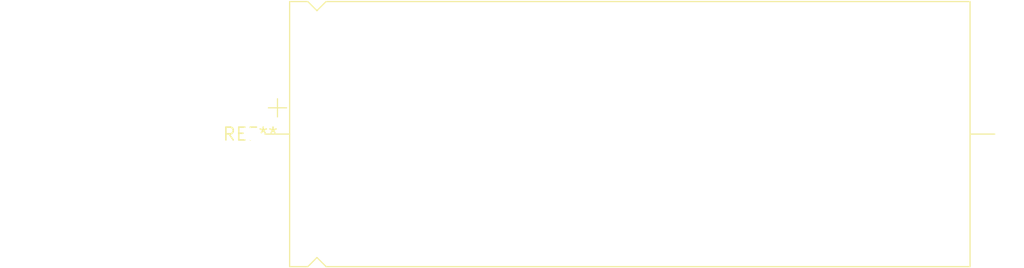
<source format=kicad_pcb>
(kicad_pcb (version 20240108) (generator pcbnew)
  (layers (0 "F.Cu" signal) (31 "B.Cu" signal) (34 "B.Paste" user) (35 "F.Paste" user) (36 "B.SilkS" user "B.Silkscreen") (37 "F.SilkS" user "F.Silkscreen") (38 "B.Mask" user) (39 "F.Mask" user) (44 "Edge.Cuts" user))
  (net 0 "")
  (footprint "CP_Axial_L67.0mm_D26.0mm_P75.00mm_Horizontal" (layer "F.Cu") (at 0 0)
    (property "Reference" "REF**")
    (property "Value" "CP_Axial_L67.0mm_D26.0mm_P75.00mm_Horizontal")
    (fp_line (start 1.44 0) (end 3.88 0) (layer "F.SilkS") (stroke (width 0.12)))
    (fp_line (start 1.78 -2.6) (end 3.58 -2.6) (layer "F.SilkS") (stroke (width 0.12)))
    (fp_line (start 2.68 -3.5) (end 2.68 -1.7) (layer "F.SilkS") (stroke (width 0.12)))
    (fp_line (start 3.88 -13.12) (end 3.88 13.12) (layer "F.SilkS") (stroke (width 0.12)))
    (fp_line (start 3.88 -13.12) (end 5.68 -13.12) (layer "F.SilkS") (stroke (width 0.12)))
    (fp_line (start 3.88 13.12) (end 5.68 13.12) (layer "F.SilkS") (stroke (width 0.12)))
    (fp_line (start 5.68 -13.12) (end 6.58 -12.22) (layer "F.SilkS") (stroke (width 0.12)))
    (fp_line (start 5.68 13.12) (end 6.58 12.22) (layer "F.SilkS") (stroke (width 0.12)))
    (fp_line (start 6.58 -12.22) (end 7.48 -13.12) (layer "F.SilkS") (stroke (width 0.12)))
    (fp_line (start 6.58 12.22) (end 7.48 13.12) (layer "F.SilkS") (stroke (width 0.12)))
    (fp_line (start 7.48 -13.12) (end 71.12 -13.12) (layer "F.SilkS") (stroke (width 0.12)))
    (fp_line (start 7.48 13.12) (end 71.12 13.12) (layer "F.SilkS") (stroke (width 0.12)))
    (fp_line (start 71.12 -13.12) (end 71.12 13.12) (layer "F.SilkS") (stroke (width 0.12)))
    (fp_line (start 73.56 0) (end 71.12 0) (layer "F.SilkS") (stroke (width 0.12)))
    (pad "1" thru_hole rect (at 0 0) (size 2.4 2.4) (drill 1.2) (layers *.Cu *.Mask) (remove_unused_layers))
    (pad "2" thru_hole oval (at 75 0) (size 2.4 2.4) (drill 1.2) (layers *.Cu *.Mask) (remove_unused_layers))
  )
)
</source>
